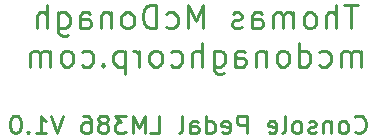
<source format=gbr>
G04 #@! TF.GenerationSoftware,KiCad,Pcbnew,(5.1.7)-1*
G04 #@! TF.CreationDate,2021-05-15T22:17:38-05:00*
G04 #@! TF.ProjectId,ConsolePedalLM386,436f6e73-6f6c-4655-9065-64616c4c4d33,rev?*
G04 #@! TF.SameCoordinates,Original*
G04 #@! TF.FileFunction,Legend,Bot*
G04 #@! TF.FilePolarity,Positive*
%FSLAX46Y46*%
G04 Gerber Fmt 4.6, Leading zero omitted, Abs format (unit mm)*
G04 Created by KiCad (PCBNEW (5.1.7)-1) date 2021-05-15 22:17:38*
%MOMM*%
%LPD*%
G01*
G04 APERTURE LIST*
%ADD10C,0.250000*%
G04 APERTURE END LIST*
D10*
X146187142Y-121820714D02*
X146258571Y-121892142D01*
X146472857Y-121963571D01*
X146615714Y-121963571D01*
X146830000Y-121892142D01*
X146972857Y-121749285D01*
X147044285Y-121606428D01*
X147115714Y-121320714D01*
X147115714Y-121106428D01*
X147044285Y-120820714D01*
X146972857Y-120677857D01*
X146830000Y-120535000D01*
X146615714Y-120463571D01*
X146472857Y-120463571D01*
X146258571Y-120535000D01*
X146187142Y-120606428D01*
X145330000Y-121963571D02*
X145472857Y-121892142D01*
X145544285Y-121820714D01*
X145615714Y-121677857D01*
X145615714Y-121249285D01*
X145544285Y-121106428D01*
X145472857Y-121035000D01*
X145330000Y-120963571D01*
X145115714Y-120963571D01*
X144972857Y-121035000D01*
X144901428Y-121106428D01*
X144830000Y-121249285D01*
X144830000Y-121677857D01*
X144901428Y-121820714D01*
X144972857Y-121892142D01*
X145115714Y-121963571D01*
X145330000Y-121963571D01*
X144187142Y-120963571D02*
X144187142Y-121963571D01*
X144187142Y-121106428D02*
X144115714Y-121035000D01*
X143972857Y-120963571D01*
X143758571Y-120963571D01*
X143615714Y-121035000D01*
X143544285Y-121177857D01*
X143544285Y-121963571D01*
X142901428Y-121892142D02*
X142758571Y-121963571D01*
X142472857Y-121963571D01*
X142330000Y-121892142D01*
X142258571Y-121749285D01*
X142258571Y-121677857D01*
X142330000Y-121535000D01*
X142472857Y-121463571D01*
X142687142Y-121463571D01*
X142830000Y-121392142D01*
X142901428Y-121249285D01*
X142901428Y-121177857D01*
X142830000Y-121035000D01*
X142687142Y-120963571D01*
X142472857Y-120963571D01*
X142330000Y-121035000D01*
X141401428Y-121963571D02*
X141544285Y-121892142D01*
X141615714Y-121820714D01*
X141687142Y-121677857D01*
X141687142Y-121249285D01*
X141615714Y-121106428D01*
X141544285Y-121035000D01*
X141401428Y-120963571D01*
X141187142Y-120963571D01*
X141044285Y-121035000D01*
X140972857Y-121106428D01*
X140901428Y-121249285D01*
X140901428Y-121677857D01*
X140972857Y-121820714D01*
X141044285Y-121892142D01*
X141187142Y-121963571D01*
X141401428Y-121963571D01*
X140044285Y-121963571D02*
X140187142Y-121892142D01*
X140258571Y-121749285D01*
X140258571Y-120463571D01*
X138901428Y-121892142D02*
X139044285Y-121963571D01*
X139330000Y-121963571D01*
X139472857Y-121892142D01*
X139544285Y-121749285D01*
X139544285Y-121177857D01*
X139472857Y-121035000D01*
X139330000Y-120963571D01*
X139044285Y-120963571D01*
X138901428Y-121035000D01*
X138830000Y-121177857D01*
X138830000Y-121320714D01*
X139544285Y-121463571D01*
X137044285Y-121963571D02*
X137044285Y-120463571D01*
X136472857Y-120463571D01*
X136330000Y-120535000D01*
X136258571Y-120606428D01*
X136187142Y-120749285D01*
X136187142Y-120963571D01*
X136258571Y-121106428D01*
X136330000Y-121177857D01*
X136472857Y-121249285D01*
X137044285Y-121249285D01*
X134972857Y-121892142D02*
X135115714Y-121963571D01*
X135401428Y-121963571D01*
X135544285Y-121892142D01*
X135615714Y-121749285D01*
X135615714Y-121177857D01*
X135544285Y-121035000D01*
X135401428Y-120963571D01*
X135115714Y-120963571D01*
X134972857Y-121035000D01*
X134901428Y-121177857D01*
X134901428Y-121320714D01*
X135615714Y-121463571D01*
X133615714Y-121963571D02*
X133615714Y-120463571D01*
X133615714Y-121892142D02*
X133758571Y-121963571D01*
X134044285Y-121963571D01*
X134187142Y-121892142D01*
X134258571Y-121820714D01*
X134330000Y-121677857D01*
X134330000Y-121249285D01*
X134258571Y-121106428D01*
X134187142Y-121035000D01*
X134044285Y-120963571D01*
X133758571Y-120963571D01*
X133615714Y-121035000D01*
X132258571Y-121963571D02*
X132258571Y-121177857D01*
X132330000Y-121035000D01*
X132472857Y-120963571D01*
X132758571Y-120963571D01*
X132901428Y-121035000D01*
X132258571Y-121892142D02*
X132401428Y-121963571D01*
X132758571Y-121963571D01*
X132901428Y-121892142D01*
X132972857Y-121749285D01*
X132972857Y-121606428D01*
X132901428Y-121463571D01*
X132758571Y-121392142D01*
X132401428Y-121392142D01*
X132258571Y-121320714D01*
X131330000Y-121963571D02*
X131472857Y-121892142D01*
X131544285Y-121749285D01*
X131544285Y-120463571D01*
X128901428Y-121963571D02*
X129615714Y-121963571D01*
X129615714Y-120463571D01*
X128401428Y-121963571D02*
X128401428Y-120463571D01*
X127901428Y-121535000D01*
X127401428Y-120463571D01*
X127401428Y-121963571D01*
X126830000Y-120463571D02*
X125901428Y-120463571D01*
X126401428Y-121035000D01*
X126187142Y-121035000D01*
X126044285Y-121106428D01*
X125972857Y-121177857D01*
X125901428Y-121320714D01*
X125901428Y-121677857D01*
X125972857Y-121820714D01*
X126044285Y-121892142D01*
X126187142Y-121963571D01*
X126615714Y-121963571D01*
X126758571Y-121892142D01*
X126830000Y-121820714D01*
X125044285Y-121106428D02*
X125187142Y-121035000D01*
X125258571Y-120963571D01*
X125330000Y-120820714D01*
X125330000Y-120749285D01*
X125258571Y-120606428D01*
X125187142Y-120535000D01*
X125044285Y-120463571D01*
X124758571Y-120463571D01*
X124615714Y-120535000D01*
X124544285Y-120606428D01*
X124472857Y-120749285D01*
X124472857Y-120820714D01*
X124544285Y-120963571D01*
X124615714Y-121035000D01*
X124758571Y-121106428D01*
X125044285Y-121106428D01*
X125187142Y-121177857D01*
X125258571Y-121249285D01*
X125330000Y-121392142D01*
X125330000Y-121677857D01*
X125258571Y-121820714D01*
X125187142Y-121892142D01*
X125044285Y-121963571D01*
X124758571Y-121963571D01*
X124615714Y-121892142D01*
X124544285Y-121820714D01*
X124472857Y-121677857D01*
X124472857Y-121392142D01*
X124544285Y-121249285D01*
X124615714Y-121177857D01*
X124758571Y-121106428D01*
X123187142Y-120463571D02*
X123472857Y-120463571D01*
X123615714Y-120535000D01*
X123687142Y-120606428D01*
X123830000Y-120820714D01*
X123901428Y-121106428D01*
X123901428Y-121677857D01*
X123830000Y-121820714D01*
X123758571Y-121892142D01*
X123615714Y-121963571D01*
X123330000Y-121963571D01*
X123187142Y-121892142D01*
X123115714Y-121820714D01*
X123044285Y-121677857D01*
X123044285Y-121320714D01*
X123115714Y-121177857D01*
X123187142Y-121106428D01*
X123330000Y-121035000D01*
X123615714Y-121035000D01*
X123758571Y-121106428D01*
X123830000Y-121177857D01*
X123901428Y-121320714D01*
X121472857Y-120463571D02*
X120972857Y-121963571D01*
X120472857Y-120463571D01*
X119187142Y-121963571D02*
X120044285Y-121963571D01*
X119615714Y-121963571D02*
X119615714Y-120463571D01*
X119758571Y-120677857D01*
X119901428Y-120820714D01*
X120044285Y-120892142D01*
X118544285Y-121820714D02*
X118472857Y-121892142D01*
X118544285Y-121963571D01*
X118615714Y-121892142D01*
X118544285Y-121820714D01*
X118544285Y-121963571D01*
X117544285Y-120463571D02*
X117401428Y-120463571D01*
X117258571Y-120535000D01*
X117187142Y-120606428D01*
X117115714Y-120749285D01*
X117044285Y-121035000D01*
X117044285Y-121392142D01*
X117115714Y-121677857D01*
X117187142Y-121820714D01*
X117258571Y-121892142D01*
X117401428Y-121963571D01*
X117544285Y-121963571D01*
X117687142Y-121892142D01*
X117758571Y-121820714D01*
X117830000Y-121677857D01*
X117901428Y-121392142D01*
X117901428Y-121035000D01*
X117830000Y-120749285D01*
X117758571Y-120606428D01*
X117687142Y-120535000D01*
X117544285Y-120463571D01*
X146429285Y-111071761D02*
X145286428Y-111071761D01*
X145857857Y-113071761D02*
X145857857Y-111071761D01*
X144619761Y-113071761D02*
X144619761Y-111071761D01*
X143762619Y-113071761D02*
X143762619Y-112024142D01*
X143857857Y-111833666D01*
X144048333Y-111738428D01*
X144334047Y-111738428D01*
X144524523Y-111833666D01*
X144619761Y-111928904D01*
X142524523Y-113071761D02*
X142715000Y-112976523D01*
X142810238Y-112881285D01*
X142905476Y-112690809D01*
X142905476Y-112119380D01*
X142810238Y-111928904D01*
X142715000Y-111833666D01*
X142524523Y-111738428D01*
X142238809Y-111738428D01*
X142048333Y-111833666D01*
X141953095Y-111928904D01*
X141857857Y-112119380D01*
X141857857Y-112690809D01*
X141953095Y-112881285D01*
X142048333Y-112976523D01*
X142238809Y-113071761D01*
X142524523Y-113071761D01*
X141000714Y-113071761D02*
X141000714Y-111738428D01*
X141000714Y-111928904D02*
X140905476Y-111833666D01*
X140715000Y-111738428D01*
X140429285Y-111738428D01*
X140238809Y-111833666D01*
X140143571Y-112024142D01*
X140143571Y-113071761D01*
X140143571Y-112024142D02*
X140048333Y-111833666D01*
X139857857Y-111738428D01*
X139572142Y-111738428D01*
X139381666Y-111833666D01*
X139286428Y-112024142D01*
X139286428Y-113071761D01*
X137476904Y-113071761D02*
X137476904Y-112024142D01*
X137572142Y-111833666D01*
X137762619Y-111738428D01*
X138143571Y-111738428D01*
X138334047Y-111833666D01*
X137476904Y-112976523D02*
X137667380Y-113071761D01*
X138143571Y-113071761D01*
X138334047Y-112976523D01*
X138429285Y-112786047D01*
X138429285Y-112595571D01*
X138334047Y-112405095D01*
X138143571Y-112309857D01*
X137667380Y-112309857D01*
X137476904Y-112214619D01*
X136619761Y-112976523D02*
X136429285Y-113071761D01*
X136048333Y-113071761D01*
X135857857Y-112976523D01*
X135762619Y-112786047D01*
X135762619Y-112690809D01*
X135857857Y-112500333D01*
X136048333Y-112405095D01*
X136334047Y-112405095D01*
X136524523Y-112309857D01*
X136619761Y-112119380D01*
X136619761Y-112024142D01*
X136524523Y-111833666D01*
X136334047Y-111738428D01*
X136048333Y-111738428D01*
X135857857Y-111833666D01*
X133381666Y-113071761D02*
X133381666Y-111071761D01*
X132715000Y-112500333D01*
X132048333Y-111071761D01*
X132048333Y-113071761D01*
X130238809Y-112976523D02*
X130429285Y-113071761D01*
X130810238Y-113071761D01*
X131000714Y-112976523D01*
X131095952Y-112881285D01*
X131191190Y-112690809D01*
X131191190Y-112119380D01*
X131095952Y-111928904D01*
X131000714Y-111833666D01*
X130810238Y-111738428D01*
X130429285Y-111738428D01*
X130238809Y-111833666D01*
X129381666Y-113071761D02*
X129381666Y-111071761D01*
X128905476Y-111071761D01*
X128619761Y-111167000D01*
X128429285Y-111357476D01*
X128334047Y-111547952D01*
X128238809Y-111928904D01*
X128238809Y-112214619D01*
X128334047Y-112595571D01*
X128429285Y-112786047D01*
X128619761Y-112976523D01*
X128905476Y-113071761D01*
X129381666Y-113071761D01*
X127095952Y-113071761D02*
X127286428Y-112976523D01*
X127381666Y-112881285D01*
X127476904Y-112690809D01*
X127476904Y-112119380D01*
X127381666Y-111928904D01*
X127286428Y-111833666D01*
X127095952Y-111738428D01*
X126810238Y-111738428D01*
X126619761Y-111833666D01*
X126524523Y-111928904D01*
X126429285Y-112119380D01*
X126429285Y-112690809D01*
X126524523Y-112881285D01*
X126619761Y-112976523D01*
X126810238Y-113071761D01*
X127095952Y-113071761D01*
X125572142Y-111738428D02*
X125572142Y-113071761D01*
X125572142Y-111928904D02*
X125476904Y-111833666D01*
X125286428Y-111738428D01*
X125000714Y-111738428D01*
X124810238Y-111833666D01*
X124715000Y-112024142D01*
X124715000Y-113071761D01*
X122905476Y-113071761D02*
X122905476Y-112024142D01*
X123000714Y-111833666D01*
X123191190Y-111738428D01*
X123572142Y-111738428D01*
X123762619Y-111833666D01*
X122905476Y-112976523D02*
X123095952Y-113071761D01*
X123572142Y-113071761D01*
X123762619Y-112976523D01*
X123857857Y-112786047D01*
X123857857Y-112595571D01*
X123762619Y-112405095D01*
X123572142Y-112309857D01*
X123095952Y-112309857D01*
X122905476Y-112214619D01*
X121095952Y-111738428D02*
X121095952Y-113357476D01*
X121191190Y-113547952D01*
X121286428Y-113643190D01*
X121476904Y-113738428D01*
X121762619Y-113738428D01*
X121953095Y-113643190D01*
X121095952Y-112976523D02*
X121286428Y-113071761D01*
X121667380Y-113071761D01*
X121857857Y-112976523D01*
X121953095Y-112881285D01*
X122048333Y-112690809D01*
X122048333Y-112119380D01*
X121953095Y-111928904D01*
X121857857Y-111833666D01*
X121667380Y-111738428D01*
X121286428Y-111738428D01*
X121095952Y-111833666D01*
X120143571Y-113071761D02*
X120143571Y-111071761D01*
X119286428Y-113071761D02*
X119286428Y-112024142D01*
X119381666Y-111833666D01*
X119572142Y-111738428D01*
X119857857Y-111738428D01*
X120048333Y-111833666D01*
X120143571Y-111928904D01*
X146715000Y-116321761D02*
X146715000Y-114988428D01*
X146715000Y-115178904D02*
X146619761Y-115083666D01*
X146429285Y-114988428D01*
X146143571Y-114988428D01*
X145953095Y-115083666D01*
X145857857Y-115274142D01*
X145857857Y-116321761D01*
X145857857Y-115274142D02*
X145762619Y-115083666D01*
X145572142Y-114988428D01*
X145286428Y-114988428D01*
X145095952Y-115083666D01*
X145000714Y-115274142D01*
X145000714Y-116321761D01*
X143191190Y-116226523D02*
X143381666Y-116321761D01*
X143762619Y-116321761D01*
X143953095Y-116226523D01*
X144048333Y-116131285D01*
X144143571Y-115940809D01*
X144143571Y-115369380D01*
X144048333Y-115178904D01*
X143953095Y-115083666D01*
X143762619Y-114988428D01*
X143381666Y-114988428D01*
X143191190Y-115083666D01*
X141476904Y-116321761D02*
X141476904Y-114321761D01*
X141476904Y-116226523D02*
X141667380Y-116321761D01*
X142048333Y-116321761D01*
X142238809Y-116226523D01*
X142334047Y-116131285D01*
X142429285Y-115940809D01*
X142429285Y-115369380D01*
X142334047Y-115178904D01*
X142238809Y-115083666D01*
X142048333Y-114988428D01*
X141667380Y-114988428D01*
X141476904Y-115083666D01*
X140238809Y-116321761D02*
X140429285Y-116226523D01*
X140524523Y-116131285D01*
X140619761Y-115940809D01*
X140619761Y-115369380D01*
X140524523Y-115178904D01*
X140429285Y-115083666D01*
X140238809Y-114988428D01*
X139953095Y-114988428D01*
X139762619Y-115083666D01*
X139667380Y-115178904D01*
X139572142Y-115369380D01*
X139572142Y-115940809D01*
X139667380Y-116131285D01*
X139762619Y-116226523D01*
X139953095Y-116321761D01*
X140238809Y-116321761D01*
X138715000Y-114988428D02*
X138715000Y-116321761D01*
X138715000Y-115178904D02*
X138619761Y-115083666D01*
X138429285Y-114988428D01*
X138143571Y-114988428D01*
X137953095Y-115083666D01*
X137857857Y-115274142D01*
X137857857Y-116321761D01*
X136048333Y-116321761D02*
X136048333Y-115274142D01*
X136143571Y-115083666D01*
X136334047Y-114988428D01*
X136715000Y-114988428D01*
X136905476Y-115083666D01*
X136048333Y-116226523D02*
X136238809Y-116321761D01*
X136715000Y-116321761D01*
X136905476Y-116226523D01*
X137000714Y-116036047D01*
X137000714Y-115845571D01*
X136905476Y-115655095D01*
X136715000Y-115559857D01*
X136238809Y-115559857D01*
X136048333Y-115464619D01*
X134238809Y-114988428D02*
X134238809Y-116607476D01*
X134334047Y-116797952D01*
X134429285Y-116893190D01*
X134619761Y-116988428D01*
X134905476Y-116988428D01*
X135095952Y-116893190D01*
X134238809Y-116226523D02*
X134429285Y-116321761D01*
X134810238Y-116321761D01*
X135000714Y-116226523D01*
X135095952Y-116131285D01*
X135191190Y-115940809D01*
X135191190Y-115369380D01*
X135095952Y-115178904D01*
X135000714Y-115083666D01*
X134810238Y-114988428D01*
X134429285Y-114988428D01*
X134238809Y-115083666D01*
X133286428Y-116321761D02*
X133286428Y-114321761D01*
X132429285Y-116321761D02*
X132429285Y-115274142D01*
X132524523Y-115083666D01*
X132715000Y-114988428D01*
X133000714Y-114988428D01*
X133191190Y-115083666D01*
X133286428Y-115178904D01*
X130619761Y-116226523D02*
X130810238Y-116321761D01*
X131191190Y-116321761D01*
X131381666Y-116226523D01*
X131476904Y-116131285D01*
X131572142Y-115940809D01*
X131572142Y-115369380D01*
X131476904Y-115178904D01*
X131381666Y-115083666D01*
X131191190Y-114988428D01*
X130810238Y-114988428D01*
X130619761Y-115083666D01*
X129476904Y-116321761D02*
X129667380Y-116226523D01*
X129762619Y-116131285D01*
X129857857Y-115940809D01*
X129857857Y-115369380D01*
X129762619Y-115178904D01*
X129667380Y-115083666D01*
X129476904Y-114988428D01*
X129191190Y-114988428D01*
X129000714Y-115083666D01*
X128905476Y-115178904D01*
X128810238Y-115369380D01*
X128810238Y-115940809D01*
X128905476Y-116131285D01*
X129000714Y-116226523D01*
X129191190Y-116321761D01*
X129476904Y-116321761D01*
X127953095Y-116321761D02*
X127953095Y-114988428D01*
X127953095Y-115369380D02*
X127857857Y-115178904D01*
X127762619Y-115083666D01*
X127572142Y-114988428D01*
X127381666Y-114988428D01*
X126715000Y-114988428D02*
X126715000Y-116988428D01*
X126715000Y-115083666D02*
X126524523Y-114988428D01*
X126143571Y-114988428D01*
X125953095Y-115083666D01*
X125857857Y-115178904D01*
X125762619Y-115369380D01*
X125762619Y-115940809D01*
X125857857Y-116131285D01*
X125953095Y-116226523D01*
X126143571Y-116321761D01*
X126524523Y-116321761D01*
X126715000Y-116226523D01*
X124905476Y-116131285D02*
X124810238Y-116226523D01*
X124905476Y-116321761D01*
X125000714Y-116226523D01*
X124905476Y-116131285D01*
X124905476Y-116321761D01*
X123095952Y-116226523D02*
X123286428Y-116321761D01*
X123667380Y-116321761D01*
X123857857Y-116226523D01*
X123953095Y-116131285D01*
X124048333Y-115940809D01*
X124048333Y-115369380D01*
X123953095Y-115178904D01*
X123857857Y-115083666D01*
X123667380Y-114988428D01*
X123286428Y-114988428D01*
X123095952Y-115083666D01*
X121953095Y-116321761D02*
X122143571Y-116226523D01*
X122238809Y-116131285D01*
X122334047Y-115940809D01*
X122334047Y-115369380D01*
X122238809Y-115178904D01*
X122143571Y-115083666D01*
X121953095Y-114988428D01*
X121667380Y-114988428D01*
X121476904Y-115083666D01*
X121381666Y-115178904D01*
X121286428Y-115369380D01*
X121286428Y-115940809D01*
X121381666Y-116131285D01*
X121476904Y-116226523D01*
X121667380Y-116321761D01*
X121953095Y-116321761D01*
X120429285Y-116321761D02*
X120429285Y-114988428D01*
X120429285Y-115178904D02*
X120334047Y-115083666D01*
X120143571Y-114988428D01*
X119857857Y-114988428D01*
X119667380Y-115083666D01*
X119572142Y-115274142D01*
X119572142Y-116321761D01*
X119572142Y-115274142D02*
X119476904Y-115083666D01*
X119286428Y-114988428D01*
X119000714Y-114988428D01*
X118810238Y-115083666D01*
X118715000Y-115274142D01*
X118715000Y-116321761D01*
M02*

</source>
